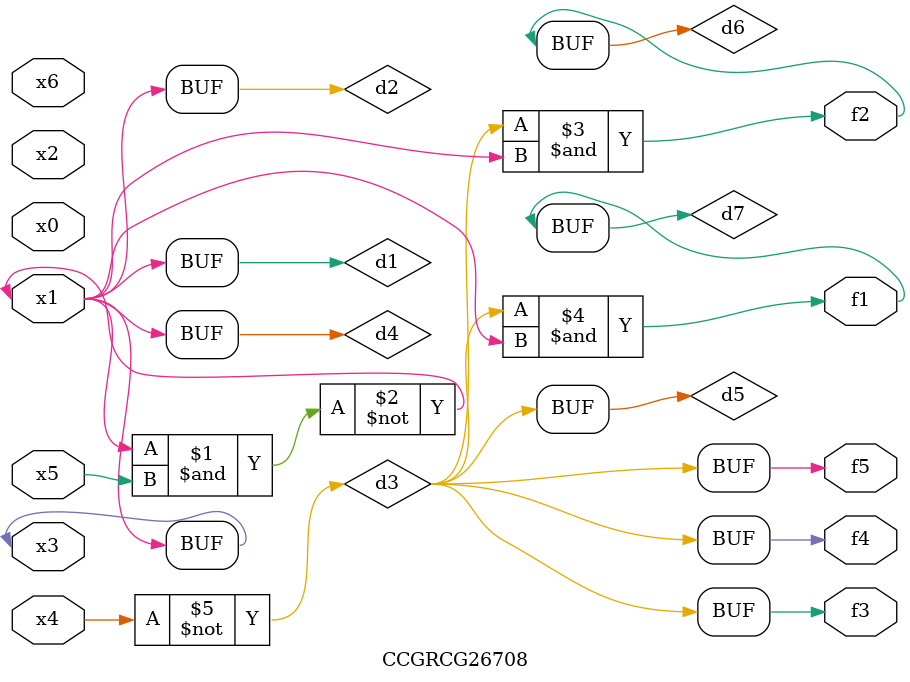
<source format=v>
module CCGRCG26708(
	input x0, x1, x2, x3, x4, x5, x6,
	output f1, f2, f3, f4, f5
);

	wire d1, d2, d3, d4, d5, d6, d7;

	buf (d1, x1, x3);
	nand (d2, x1, x5);
	not (d3, x4);
	buf (d4, d1, d2);
	buf (d5, d3);
	and (d6, d3, d4);
	and (d7, d3, d4);
	assign f1 = d7;
	assign f2 = d6;
	assign f3 = d5;
	assign f4 = d5;
	assign f5 = d5;
endmodule

</source>
